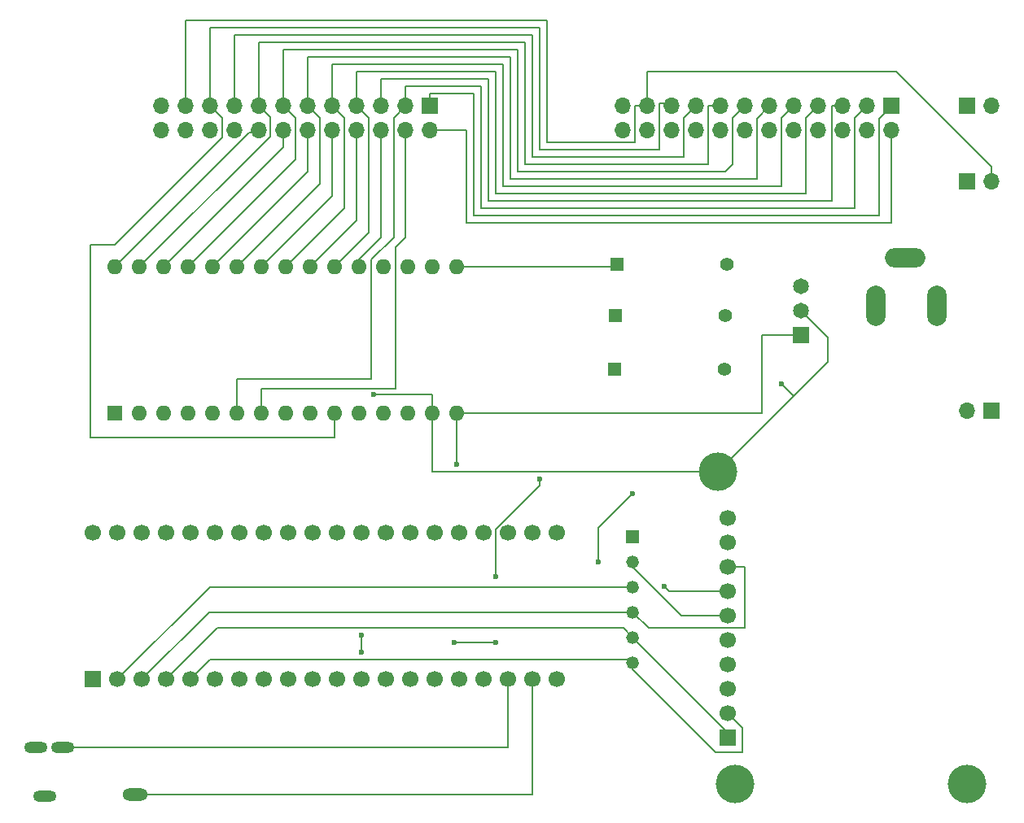
<source format=gbr>
%TF.GenerationSoftware,KiCad,Pcbnew,8.0.6*%
%TF.CreationDate,2025-09-07T21:00:42+02:00*%
%TF.ProjectId,main_board,6d61696e-5f62-46f6-9172-642e6b696361,rev?*%
%TF.SameCoordinates,Original*%
%TF.FileFunction,Copper,L2,Bot*%
%TF.FilePolarity,Positive*%
%FSLAX46Y46*%
G04 Gerber Fmt 4.6, Leading zero omitted, Abs format (unit mm)*
G04 Created by KiCad (PCBNEW 8.0.6) date 2025-09-07 21:00:42*
%MOMM*%
%LPD*%
G01*
G04 APERTURE LIST*
%TA.AperFunction,ComponentPad*%
%ADD10R,1.700000X1.700000*%
%TD*%
%TA.AperFunction,ComponentPad*%
%ADD11O,1.700000X1.700000*%
%TD*%
%TA.AperFunction,ComponentPad*%
%ADD12R,1.320800X1.320800*%
%TD*%
%TA.AperFunction,ComponentPad*%
%ADD13C,1.320800*%
%TD*%
%TA.AperFunction,ComponentPad*%
%ADD14O,2.400000X1.200000*%
%TD*%
%TA.AperFunction,ComponentPad*%
%ADD15O,2.616000X1.308000*%
%TD*%
%TA.AperFunction,ComponentPad*%
%ADD16R,1.397000X1.397000*%
%TD*%
%TA.AperFunction,ComponentPad*%
%ADD17C,1.397000*%
%TD*%
%TA.AperFunction,ComponentPad*%
%ADD18R,1.600000X1.600000*%
%TD*%
%TA.AperFunction,ComponentPad*%
%ADD19O,1.600000X1.600000*%
%TD*%
%TA.AperFunction,ComponentPad*%
%ADD20C,1.700000*%
%TD*%
%TA.AperFunction,ComponentPad*%
%ADD21R,1.651000X1.651000*%
%TD*%
%TA.AperFunction,ComponentPad*%
%ADD22C,1.651000*%
%TD*%
%TA.AperFunction,ComponentPad*%
%ADD23O,2.000000X4.200000*%
%TD*%
%TA.AperFunction,ComponentPad*%
%ADD24O,4.200000X2.000000*%
%TD*%
%TA.AperFunction,ComponentPad*%
%ADD25C,4.000000*%
%TD*%
%TA.AperFunction,ViaPad*%
%ADD26C,0.600000*%
%TD*%
%TA.AperFunction,Conductor*%
%ADD27C,0.200000*%
%TD*%
G04 APERTURE END LIST*
D10*
X178562000Y-53340000D03*
D11*
X178562000Y-55880000D03*
X176022000Y-53340000D03*
X176022000Y-55880000D03*
X173482000Y-53340000D03*
X173482000Y-55880000D03*
X170942000Y-53340000D03*
X170942000Y-55880000D03*
X168402000Y-53340000D03*
X168402000Y-55880000D03*
X165862000Y-53340000D03*
X165862000Y-55880000D03*
X163322000Y-53340000D03*
X163322000Y-55880000D03*
X160782000Y-53340000D03*
X160782000Y-55880000D03*
X158242000Y-53340000D03*
X158242000Y-55880000D03*
X155702000Y-53340000D03*
X155702000Y-55880000D03*
X153162000Y-53340000D03*
X153162000Y-55880000D03*
X150622000Y-53340000D03*
X150622000Y-55880000D03*
D10*
X186436000Y-61214000D03*
D11*
X188976000Y-61214000D03*
D12*
X151638000Y-98221800D03*
D13*
X151638000Y-100838000D03*
X151638000Y-103454200D03*
X151638000Y-106070400D03*
X151638000Y-108686600D03*
X151638000Y-111302800D03*
D10*
X186436000Y-53340000D03*
D11*
X188976000Y-53340000D03*
D14*
X92352000Y-120142000D03*
X89552000Y-120142000D03*
D15*
X99852000Y-125002000D03*
D14*
X90452000Y-125222000D03*
D16*
X149733000Y-80772000D03*
D17*
X161163000Y-80772000D03*
D18*
X97790000Y-85334000D03*
D19*
X100330000Y-85334000D03*
X102870000Y-85334000D03*
X105410000Y-85334000D03*
X107950000Y-85334000D03*
X110490000Y-85334000D03*
X113030000Y-85334000D03*
X115570000Y-85334000D03*
X118110000Y-85334000D03*
X120650000Y-85334000D03*
X123190000Y-85334000D03*
X125730000Y-85334000D03*
X128270000Y-85334000D03*
X130810000Y-85334000D03*
X133350000Y-85334000D03*
X133350000Y-70094000D03*
X130810000Y-70094000D03*
X128270000Y-70094000D03*
X125730000Y-70094000D03*
X123190000Y-70094000D03*
X120650000Y-70094000D03*
X118110000Y-70094000D03*
X115570000Y-70094000D03*
X113030000Y-70094000D03*
X110490000Y-70094000D03*
X107950000Y-70094000D03*
X105410000Y-70094000D03*
X102870000Y-70094000D03*
X100330000Y-70094000D03*
X97790000Y-70094000D03*
D16*
X149987000Y-69850000D03*
D17*
X161417000Y-69850000D03*
D16*
X149860000Y-75184000D03*
D17*
X161290000Y-75184000D03*
D10*
X95504000Y-113030000D03*
D20*
X98044000Y-113030000D03*
X100584000Y-113030000D03*
X103124000Y-113030000D03*
X105664000Y-113030000D03*
X108204000Y-113030000D03*
X110744000Y-113030000D03*
X113284000Y-113030000D03*
X115824000Y-113030000D03*
X118364000Y-113030000D03*
X120904000Y-113030000D03*
X123444000Y-113030000D03*
X125984000Y-113030000D03*
X128524000Y-113030000D03*
X131064000Y-113030000D03*
X133604000Y-113030000D03*
X136144000Y-113030000D03*
X138684000Y-113030000D03*
X141224000Y-113030000D03*
X143764000Y-113030000D03*
X143764000Y-97790000D03*
X141224000Y-97790000D03*
X138684000Y-97790000D03*
X136144000Y-97790000D03*
X133604000Y-97790000D03*
X131064000Y-97790000D03*
X128524000Y-97790000D03*
X125984000Y-97790000D03*
X123444000Y-97790000D03*
X120904000Y-97790000D03*
X118364000Y-97790000D03*
X115824000Y-97790000D03*
X113284000Y-97790000D03*
X110744000Y-97790000D03*
X108204000Y-97790000D03*
X105664000Y-97790000D03*
X103124000Y-97790000D03*
X100584000Y-97790000D03*
X98044000Y-97790000D03*
X95504000Y-97790000D03*
D21*
X169164000Y-77216000D03*
D22*
X169164000Y-74676000D03*
X169164000Y-72136000D03*
D10*
X130556000Y-53340000D03*
D11*
X130556000Y-55880000D03*
X128016000Y-53340000D03*
X128016000Y-55880000D03*
X125476000Y-53340000D03*
X125476000Y-55880000D03*
X122936000Y-53340000D03*
X122936000Y-55880000D03*
X120396000Y-53340000D03*
X120396000Y-55880000D03*
X117856000Y-53340000D03*
X117856000Y-55880000D03*
X115316000Y-53340000D03*
X115316000Y-55880000D03*
X112776000Y-53340000D03*
X112776000Y-55880000D03*
X110236000Y-53340000D03*
X110236000Y-55880000D03*
X107696000Y-53340000D03*
X107696000Y-55880000D03*
X105156000Y-53340000D03*
X105156000Y-55880000D03*
X102616000Y-53340000D03*
X102616000Y-55880000D03*
D23*
X176954000Y-74168000D03*
X183254000Y-74168000D03*
D24*
X179954000Y-69168000D03*
D10*
X188976000Y-85090000D03*
D11*
X186436000Y-85090000D03*
D10*
X161544000Y-119126000D03*
D20*
X161544000Y-116586000D03*
X161544000Y-114046000D03*
X161544000Y-111506000D03*
X161544000Y-108966000D03*
X161544000Y-106426000D03*
X161544000Y-103886000D03*
X161544000Y-101346000D03*
X161544000Y-98806000D03*
X161544000Y-96266000D03*
D25*
X186436000Y-123952000D03*
X162306000Y-123952000D03*
X160528000Y-91440000D03*
D26*
X124714000Y-83404000D03*
X167132000Y-82296000D03*
X133350000Y-90678000D03*
X137414000Y-102362000D03*
X141986000Y-92202000D03*
X133096000Y-109220000D03*
X137414000Y-109220000D03*
X154940000Y-103378000D03*
X151638000Y-93726000D03*
X123444000Y-110236000D03*
X123444000Y-108458000D03*
X148082000Y-100838000D03*
D27*
X138684000Y-120142000D02*
X138684000Y-113030000D01*
X92352000Y-120142000D02*
X138684000Y-120142000D01*
X151638000Y-112014000D02*
X151638000Y-111302800D01*
X160274000Y-120650000D02*
X151638000Y-112014000D01*
X163068000Y-118110000D02*
X163068000Y-120650000D01*
X163068000Y-120650000D02*
X160274000Y-120650000D01*
X161544000Y-116586000D02*
X163068000Y-118110000D01*
X120396000Y-62728000D02*
X113030000Y-70094000D01*
X120396000Y-55880000D02*
X120396000Y-62728000D01*
X133350000Y-70094000D02*
X149743000Y-70094000D01*
X149743000Y-70094000D02*
X149987000Y-69850000D01*
X122936000Y-65268000D02*
X118110000Y-70094000D01*
X122936000Y-55880000D02*
X122936000Y-65268000D01*
X117856000Y-60188000D02*
X107950000Y-70094000D01*
X117856000Y-55880000D02*
X117856000Y-60188000D01*
X112776000Y-53340000D02*
X112776000Y-46736000D01*
X113926000Y-54490000D02*
X113926000Y-56498000D01*
X159512000Y-53340000D02*
X160782000Y-53340000D01*
X112776000Y-46736000D02*
X140462000Y-46736000D01*
X112776000Y-53340000D02*
X113926000Y-54490000D01*
X140462000Y-46736000D02*
X140462000Y-59436000D01*
X159512000Y-59436000D02*
X159512000Y-53340000D01*
X140462000Y-59436000D02*
X159512000Y-59436000D01*
X113926000Y-56498000D02*
X100330000Y-70094000D01*
X169164000Y-74676000D02*
X170815000Y-76327000D01*
X167132000Y-82296000D02*
X168402000Y-83566000D01*
X130810000Y-85334000D02*
X130810000Y-91440000D01*
X130810000Y-83404000D02*
X130810000Y-85334000D01*
X153162000Y-49784000D02*
X179070000Y-49784000D01*
X151892000Y-53340000D02*
X153162000Y-53340000D01*
X168402000Y-83566000D02*
X160528000Y-91440000D01*
X142748000Y-57150000D02*
X151892000Y-57150000D01*
X142748000Y-44450000D02*
X142748000Y-57150000D01*
X153162000Y-53340000D02*
X153162000Y-49784000D01*
X105156000Y-53340000D02*
X105156000Y-44450000D01*
X124714000Y-83404000D02*
X130810000Y-83404000D01*
X188976000Y-59690000D02*
X188976000Y-61214000D01*
X151892000Y-57150000D02*
X151892000Y-53340000D01*
X171958000Y-80010000D02*
X168402000Y-83566000D01*
X130810000Y-91440000D02*
X160528000Y-91440000D01*
X160528000Y-91440000D02*
X160782000Y-91440000D01*
X179070000Y-49784000D02*
X188976000Y-59690000D01*
X105156000Y-44450000D02*
X142748000Y-44450000D01*
X171958000Y-77470000D02*
X171958000Y-80010000D01*
X170815000Y-76327000D02*
X171958000Y-77470000D01*
X169672000Y-74168000D02*
X169164000Y-74676000D01*
X122936000Y-53340000D02*
X122936000Y-49784000D01*
X122936000Y-49784000D02*
X137414000Y-49784000D01*
X137414000Y-49784000D02*
X137414000Y-62484000D01*
X124206000Y-54610000D02*
X124206000Y-66538000D01*
X124206000Y-66538000D02*
X120650000Y-70094000D01*
X122936000Y-53340000D02*
X124206000Y-54610000D01*
X169672000Y-62484000D02*
X169672000Y-54610000D01*
X169672000Y-54610000D02*
X170942000Y-53340000D01*
X137414000Y-62484000D02*
X169672000Y-62484000D01*
X156972000Y-58674000D02*
X156972000Y-54610000D01*
X110236000Y-45974000D02*
X141224000Y-45974000D01*
X110236000Y-53340000D02*
X110236000Y-45974000D01*
X156972000Y-54610000D02*
X158242000Y-53340000D01*
X141224000Y-58674000D02*
X156972000Y-58674000D01*
X141224000Y-45974000D02*
X141224000Y-58674000D01*
X123190000Y-69342000D02*
X123190000Y-70094000D01*
X125476000Y-55880000D02*
X125476000Y-67056000D01*
X125476000Y-67056000D02*
X123190000Y-69342000D01*
X177254000Y-54648000D02*
X178562000Y-53340000D01*
X130556000Y-52070000D02*
X135128000Y-52070000D01*
X135128000Y-64770000D02*
X177254000Y-64770000D01*
X130556000Y-53340000D02*
X130556000Y-52070000D01*
X177254000Y-64770000D02*
X177254000Y-54648000D01*
X135128000Y-52070000D02*
X135128000Y-64770000D01*
X128016000Y-53340000D02*
X128016000Y-51308000D01*
X110490000Y-81788000D02*
X110490000Y-85334000D01*
X174752000Y-64008000D02*
X174752000Y-54610000D01*
X135890000Y-64008000D02*
X174752000Y-64008000D01*
X124460000Y-81788000D02*
X110490000Y-81788000D01*
X128016000Y-51308000D02*
X135890000Y-51308000D01*
X124460000Y-69342000D02*
X124460000Y-81788000D01*
X126766000Y-67036000D02*
X124460000Y-69342000D01*
X174752000Y-54610000D02*
X176022000Y-53340000D01*
X128016000Y-53340000D02*
X126766000Y-54590000D01*
X135890000Y-51308000D02*
X135890000Y-64008000D01*
X126766000Y-54590000D02*
X126766000Y-67036000D01*
X95250000Y-87884000D02*
X120650000Y-87884000D01*
X141986000Y-57912000D02*
X154432000Y-57912000D01*
X155448000Y-53086000D02*
X155702000Y-53340000D01*
X108966000Y-56642000D02*
X97790000Y-67818000D01*
X107696000Y-53340000D02*
X107696000Y-45212000D01*
X120650000Y-87884000D02*
X120650000Y-85334000D01*
X97790000Y-67818000D02*
X95250000Y-67818000D01*
X107696000Y-53340000D02*
X108966000Y-54610000D01*
X107696000Y-45212000D02*
X141986000Y-45212000D01*
X154432000Y-53086000D02*
X155448000Y-53086000D01*
X141986000Y-45212000D02*
X141986000Y-57912000D01*
X95250000Y-67818000D02*
X95250000Y-87884000D01*
X108966000Y-54610000D02*
X108966000Y-56642000D01*
X154432000Y-57912000D02*
X154432000Y-53086000D01*
X112522000Y-56134000D02*
X111750000Y-56134000D01*
X112776000Y-55880000D02*
X112522000Y-56134000D01*
X111750000Y-56134000D02*
X97790000Y-70094000D01*
X136652000Y-50546000D02*
X136652000Y-63246000D01*
X125476000Y-50546000D02*
X136652000Y-50546000D01*
X172332000Y-53340000D02*
X173482000Y-53340000D01*
X136652000Y-63246000D02*
X172332000Y-63246000D01*
X125476000Y-53340000D02*
X125476000Y-50546000D01*
X172332000Y-63246000D02*
X172332000Y-53340000D01*
X165090000Y-85334000D02*
X165100000Y-85344000D01*
X133350000Y-85334000D02*
X165090000Y-85334000D01*
X165100000Y-77216000D02*
X169164000Y-77216000D01*
X133350000Y-85334000D02*
X133350000Y-90678000D01*
X165100000Y-85344000D02*
X165100000Y-77216000D01*
X120396000Y-53340000D02*
X121666000Y-54610000D01*
X167132000Y-54610000D02*
X168402000Y-53340000D01*
X121666000Y-63998000D02*
X115570000Y-70094000D01*
X167132000Y-61722000D02*
X167132000Y-54610000D01*
X138176000Y-49022000D02*
X138176000Y-61722000D01*
X120396000Y-53340000D02*
X120396000Y-49022000D01*
X120396000Y-49022000D02*
X138176000Y-49022000D01*
X121666000Y-54610000D02*
X121666000Y-63998000D01*
X138176000Y-61722000D02*
X167132000Y-61722000D01*
X130556000Y-55880000D02*
X134366000Y-55880000D01*
X134366000Y-65532000D02*
X178562000Y-65532000D01*
X178562000Y-65532000D02*
X178562000Y-55880000D01*
X134366000Y-55880000D02*
X134366000Y-65532000D01*
X115316000Y-57648000D02*
X102870000Y-70094000D01*
X115316000Y-55880000D02*
X115316000Y-57648000D01*
X128016000Y-67056000D02*
X127000000Y-68072000D01*
X127000000Y-68072000D02*
X127000000Y-82804000D01*
X113030000Y-82804000D02*
X113030000Y-85334000D01*
X127000000Y-82804000D02*
X113030000Y-82804000D01*
X128016000Y-55880000D02*
X128016000Y-67056000D01*
X162052000Y-59436000D02*
X162052000Y-54610000D01*
X162052000Y-54610000D02*
X163322000Y-53340000D01*
X161290000Y-60198000D02*
X162052000Y-59436000D01*
X116586000Y-58918000D02*
X105410000Y-70094000D01*
X139700000Y-60198000D02*
X161290000Y-60198000D01*
X139700000Y-47498000D02*
X139700000Y-60198000D01*
X115316000Y-53340000D02*
X115316000Y-47498000D01*
X115316000Y-47498000D02*
X139700000Y-47498000D01*
X115316000Y-53340000D02*
X116586000Y-54610000D01*
X116586000Y-54610000D02*
X116586000Y-58918000D01*
X138938000Y-48260000D02*
X138938000Y-60960000D01*
X119126000Y-54610000D02*
X119126000Y-61458000D01*
X117856000Y-48260000D02*
X138938000Y-48260000D01*
X138938000Y-60960000D02*
X164554000Y-60960000D01*
X164554000Y-54648000D02*
X165862000Y-53340000D01*
X119126000Y-61458000D02*
X110490000Y-70094000D01*
X117856000Y-53340000D02*
X117856000Y-48260000D01*
X164554000Y-60960000D02*
X164554000Y-54648000D01*
X117856000Y-53340000D02*
X119126000Y-54610000D01*
X141224000Y-113030000D02*
X141224000Y-124968000D01*
X141224000Y-124968000D02*
X141190000Y-125002000D01*
X141190000Y-125002000D02*
X99344000Y-125002000D01*
X137414000Y-102362000D02*
X137414000Y-97433654D01*
X137414000Y-97433654D02*
X141986000Y-92861654D01*
X141986000Y-92861654D02*
X141986000Y-92202000D01*
X133096000Y-109220000D02*
X137414000Y-109220000D01*
X100584000Y-113030000D02*
X107543600Y-106070400D01*
X161544000Y-101346000D02*
X163322000Y-101346000D01*
X163322000Y-101346000D02*
X163322000Y-107696000D01*
X163322000Y-107696000D02*
X153263600Y-107696000D01*
X153263600Y-107696000D02*
X151638000Y-106070400D01*
X107543600Y-106070400D02*
X151638000Y-106070400D01*
X151638000Y-101346000D02*
X151638000Y-100838000D01*
X161544000Y-106426000D02*
X156718000Y-106426000D01*
X156718000Y-106426000D02*
X151638000Y-101346000D01*
X151638000Y-108686600D02*
X161544000Y-118592600D01*
X161544000Y-118592600D02*
X161544000Y-119126000D01*
X150647400Y-107696000D02*
X151638000Y-108686600D01*
X103124000Y-113030000D02*
X108458000Y-107696000D01*
X108458000Y-107696000D02*
X150647400Y-107696000D01*
X151333200Y-110998000D02*
X151638000Y-111302800D01*
X105664000Y-113030000D02*
X107696000Y-110998000D01*
X107696000Y-110998000D02*
X151333200Y-110998000D01*
X107619800Y-103454200D02*
X151638000Y-103454200D01*
X161544000Y-103886000D02*
X155448000Y-103886000D01*
X98044000Y-113030000D02*
X107619800Y-103454200D01*
X155448000Y-103886000D02*
X154940000Y-103378000D01*
X123444000Y-110236000D02*
X123444000Y-108458000D01*
X148082000Y-100838000D02*
X148082000Y-97282000D01*
X148082000Y-97282000D02*
X151638000Y-93726000D01*
M02*

</source>
